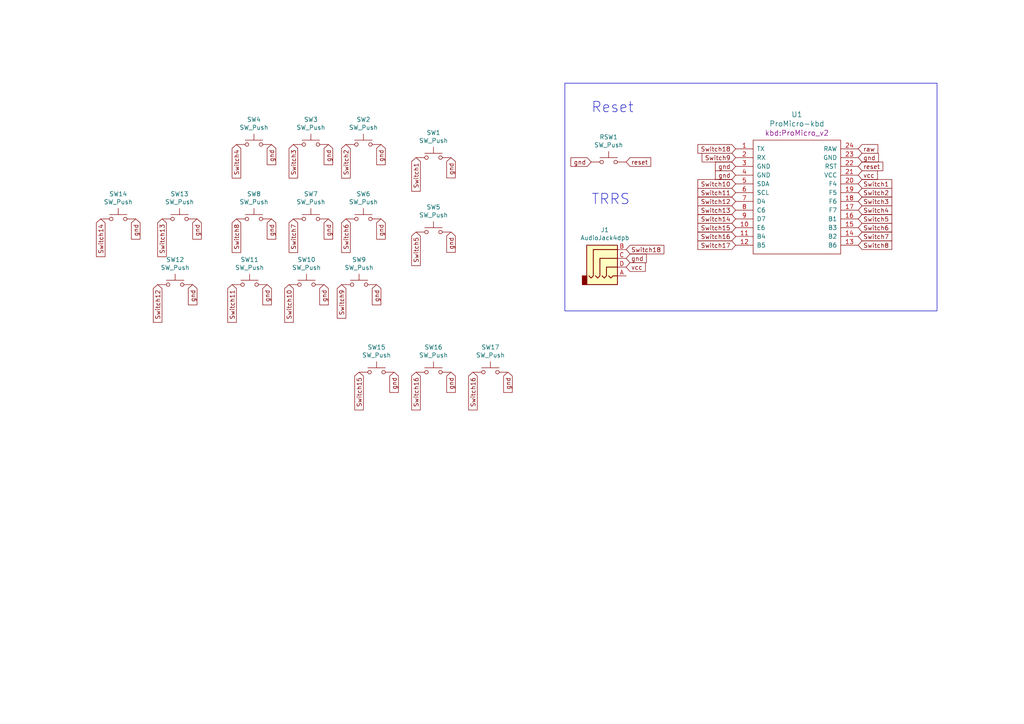
<source format=kicad_sch>
(kicad_sch (version 20230121) (generator eeschema)
  (paper "A4")
  (title_block (date "2024-03-04") (rev "0.1"))
  (lib_symbols
    (symbol "Switch:SW_Push" (pin_numbers hide) (pin_names (offset 1.016) hide)
      (property "Reference" "SW" (at 1.27 2.54 0))
      (property "Value" "SW_Push" (at 0 -1.524 0))
      (symbol "SW_Push_0_1"
        (circle (center -2.032 0) (radius 0.508))
        (polyline (pts (xy 0 1.27) (xy 0 3.048)))
        (polyline (pts (xy 2.54 1.27) (xy -2.54 1.27)))
        (circle (center 2.032 0) (radius 0.508))
        (pin passive line (at -5.08 0 0) (length 2.54) (name "1") (number "1"))
        (pin passive line (at 5.08 0 180) (length 2.54) (name "2") (number "2"))
      )
    )
    (symbol "half-swept-rescue:AudioJack4dpb-tokas_bp"
      (property "Reference" "J" (at 0 8.89 0))
      (property "Value" "AudioJack4dpb-tokas_bp" (at 0 6.35 0))
      (symbol "AudioJack4dpb-tokas_bp_0_1"
        (rectangle (start -6.35 -5.08) (end -7.62 -7.62) (stroke (width 0.254)) (fill (type outline)))
        (polyline (pts (xy 0 -5.08) (xy 0.635 -5.715) (xy 1.27 -5.08) (xy 2.54 -5.08)) (stroke (width 0.254)))
        (polyline (pts (xy -5.715 -5.08) (xy -5.08 -5.715) (xy -4.445 -5.08) (xy -4.445 2.54) (xy 2.54 2.54)) (stroke (width 0.254)))
        (polyline (pts (xy -1.905 -5.08) (xy -1.27 -5.715) (xy -0.635 -5.08) (xy -0.635 -2.54) (xy 2.54 -2.54)) (stroke (width 0.254)))
        (polyline (pts (xy 2.54 0) (xy -2.54 0) (xy -2.54 -5.08) (xy -3.175 -5.715) (xy -3.81 -5.08)) (stroke (width 0.254)))
        (rectangle (start 2.54 3.81) (end -6.35 -7.62) (stroke (width 0.254)) (fill (type background)))
      )
      (symbol "AudioJack4dpb-tokas_bp_1_1"
        (pin passive line (at 5.08 -5.08 180) (length 2.54) (name "~") (number "A"))
        (pin passive line (at 5.08 2.54 180) (length 2.54) (name "~") (number "B"))
        (pin passive line (at 5.08 0 180) (length 2.54) (name "~") (number "C"))
        (pin passive line (at 5.08 -2.54 180) (length 2.54) (name "~") (number "D"))
      )
    )
    (symbol "half-swept-rescue:ProMicro-kbd-bigblackpill-34key-rescue-sweepv2-rescue" (pin_names (offset 1.016))
      (property "Reference" "U" (at 0 24.13 0))
      (property "Value" "ProMicro-kbd-bigblackpill-34key-rescue-sweepv2-rescue" (at 0 -13.97 0))
      (symbol "ProMicro-kbd-bigblackpill-34key-rescue-sweepv2-rescue_0_1"
        (rectangle (start -12.7 21.59) (end 12.7 -11.43))
      )
      (symbol "ProMicro-kbd-bigblackpill-34key-rescue-sweepv2-rescue_1_1"
        (pin bidirectional line (at -17.78 19.05 0) (length 5.08) (name "TX") (number "1"))
        (pin bidirectional line (at -17.78 -3.81 0) (length 5.08) (name "E6") (number "10"))
        (pin bidirectional line (at -17.78 -6.35 0) (length 5.08) (name "B4") (number "11"))
        (pin bidirectional line (at -17.78 -8.89 0) (length 5.08) (name "B5") (number "12"))
        (pin bidirectional line (at 17.78 -8.89 180) (length 5.08) (name "B6") (number "13"))
        (pin bidirectional line (at 17.78 -6.35 180) (length 5.08) (name "B2") (number "14"))
        (pin bidirectional line (at 17.78 -3.81 180) (length 5.08) (name "B3") (number "15"))
        (pin bidirectional line (at 17.78 -1.27 180) (length 5.08) (name "B1") (number "16"))
        (pin bidirectional line (at 17.78 1.27 180) (length 5.08) (name "F7") (number "17"))
        (pin bidirectional line (at 17.78 3.81 180) (length 5.08) (name "F6") (number "18"))
        (pin bidirectional line (at 17.78 6.35 180) (length 5.08) (name "F5") (number "19"))
        (pin bidirectional line (at -17.78 16.51 0) (length 5.08) (name "RX") (number "2"))
        (pin bidirectional line (at 17.78 8.89 180) (length 5.08) (name "F4") (number "20"))
        (pin power_in line (at 17.78 11.43 180) (length 5.08) (name "VCC") (number "21"))
        (pin input line (at 17.78 13.97 180) (length 5.08) (name "RST") (number "22"))
        (pin power_in line (at 17.78 16.51 180) (length 5.08) (name "GND") (number "23"))
        (pin power_out line (at 17.78 19.05 180) (length 5.08) (name "RAW") (number "24"))
        (pin power_in line (at -17.78 13.97 0) (length 5.08) (name "GND") (number "3"))
        (pin power_in line (at -17.78 11.43 0) (length 5.08) (name "GND") (number "4"))
        (pin bidirectional line (at -17.78 8.89 0) (length 5.08) (name "SDA") (number "5"))
        (pin bidirectional line (at -17.78 6.35 0) (length 5.08) (name "SCL") (number "6"))
        (pin bidirectional line (at -17.78 3.81 0) (length 5.08) (name "D4") (number "7"))
        (pin bidirectional line (at -17.78 1.27 0) (length 5.08) (name "C6") (number "8"))
        (pin bidirectional line (at -17.78 -1.27 0) (length 5.08) (name "D7") (number "9"))
      )
    )
  )
  (rectangle (start 163.83 24.13) (end 271.78 90.17))
  (text "TRRS\n" (at 171.45 59.69 0) (effects (font (size 2.9972 2.9972)) (justify left bottom)))
  (text "Reset" (at 171.45 33.02 0) (effects (font (size 2.9972 2.9972)) (justify left bottom)))
  (global_label "Switch6" (shape input) (at 100.33 63.5 270) (property "Intersheetrefs" "${INTERSHEET_REFS}" (effects hide)))
  (global_label "gnd" (shape input) (at 77.47 82.55 270) (property "Intersheetrefs" "${INTERSHEET_REFS}" (effects hide)))
  (global_label "gnd" (shape input) (at 93.98 82.55 270) (property "Intersheetrefs" "${INTERSHEET_REFS}" (effects hide)))
  (global_label "Switch7" (shape input) (at 85.09 63.5 270) (property "Intersheetrefs" "${INTERSHEET_REFS}" (effects hide)))
  (global_label "gnd" (shape input) (at 213.36 48.26 180) (property "Intersheetrefs" "${INTERSHEET_REFS}" (effects hide)))
  (global_label "Switch8" (shape input) (at 68.58 63.5 270) (property "Intersheetrefs" "${INTERSHEET_REFS}" (effects hide)))
  (global_label "Switch15" (shape input) (at 213.36 66.04 180) (property "Intersheetrefs" "${INTERSHEET_REFS}" (effects hide)))
  (global_label "Switch16" (shape input) (at 120.65 107.95 270) (property "Intersheetrefs" "${INTERSHEET_REFS}" (effects hide)))
  (global_label "reset" (shape input) (at 248.92 48.26 0) (property "Intersheetrefs" "${INTERSHEET_REFS}" (effects hide)))
  (global_label "gnd" (shape input) (at 110.49 41.91 270) (property "Intersheetrefs" "${INTERSHEET_REFS}" (effects hide)))
  (global_label "gnd" (shape input) (at 110.49 63.5 270) (property "Intersheetrefs" "${INTERSHEET_REFS}" (effects hide)))
  (global_label "gnd" (shape input) (at 39.37 63.5 270) (property "Intersheetrefs" "${INTERSHEET_REFS}" (effects hide)))
  (global_label "Switch1" (shape input) (at 248.92 53.34 0) (property "Intersheetrefs" "${INTERSHEET_REFS}" (effects hide)))
  (global_label "Switch5" (shape input) (at 248.92 63.5 0) (property "Intersheetrefs" "${INTERSHEET_REFS}" (effects hide)))
  (global_label "Switch16" (shape input) (at 213.36 68.58 180) (property "Intersheetrefs" "${INTERSHEET_REFS}" (effects hide)))
  (global_label "Switch8" (shape input) (at 248.92 71.12 0) (property "Intersheetrefs" "${INTERSHEET_REFS}" (effects hide)))
  (global_label "Switch11" (shape input) (at 213.36 55.88 180) (property "Intersheetrefs" "${INTERSHEET_REFS}" (effects hide)))
  (global_label "raw" (shape input) (at 248.92 43.18 0) (property "Intersheetrefs" "${INTERSHEET_REFS}" (effects hide)))
  (global_label "Switch2" (shape input) (at 100.33 41.91 270) (property "Intersheetrefs" "${INTERSHEET_REFS}" (effects hide)))
  (global_label "Switch16" (shape input) (at 137.16 107.95 270) (property "Intersheetrefs" "${INTERSHEET_REFS}" (effects hide)))
  (global_label "vcc" (shape input) (at 248.92 50.8 0) (property "Intersheetrefs" "${INTERSHEET_REFS}" (effects hide)))
  (global_label "gnd" (shape input) (at 78.74 41.91 270) (property "Intersheetrefs" "${INTERSHEET_REFS}" (effects hide)))
  (global_label "gnd" (shape input) (at 171.45 46.99 180) (property "Intersheetrefs" "${INTERSHEET_REFS}" (effects hide)))
  (global_label "gnd" (shape input) (at 78.74 63.5 270) (property "Intersheetrefs" "${INTERSHEET_REFS}" (effects hide)))
  (global_label "reset" (shape input) (at 181.61 46.99 0) (property "Intersheetrefs" "${INTERSHEET_REFS}" (effects hide)))
  (global_label "Switch6" (shape input) (at 248.92 66.04 0) (property "Intersheetrefs" "${INTERSHEET_REFS}" (effects hide)))
  (global_label "Switch1" (shape input) (at 120.65 45.72 270) (property "Intersheetrefs" "${INTERSHEET_REFS}" (effects hide)))
  (global_label "gnd" (shape input) (at 114.3 107.95 270) (property "Intersheetrefs" "${INTERSHEET_REFS}" (effects hide)))
  (global_label "gnd" (shape input) (at 95.25 63.5 270) (property "Intersheetrefs" "${INTERSHEET_REFS}" (effects hide)))
  (global_label "Switch3" (shape input) (at 248.92 58.42 0) (property "Intersheetrefs" "${INTERSHEET_REFS}" (effects hide)))
  (global_label "Switch9" (shape input) (at 213.36 45.72 180) (property "Intersheetrefs" "${INTERSHEET_REFS}" (effects hide)))
  (global_label "gnd" (shape input) (at 181.61 74.93 0) (property "Intersheetrefs" "${INTERSHEET_REFS}" (effects hide)))
  (global_label "Switch2" (shape input) (at 248.92 55.88 0) (property "Intersheetrefs" "${INTERSHEET_REFS}" (effects hide)))
  (global_label "vcc" (shape input) (at 181.61 77.47 0) (property "Intersheetrefs" "${INTERSHEET_REFS}" (effects hide)))
  (global_label "Switch12" (shape input) (at 213.36 58.42 180) (property "Intersheetrefs" "${INTERSHEET_REFS}" (effects hide)))
  (global_label "Switch5" (shape input) (at 120.65 67.31 270) (property "Intersheetrefs" "${INTERSHEET_REFS}" (effects hide)))
  (global_label "gnd" (shape input) (at 248.92 45.72 0) (property "Intersheetrefs" "${INTERSHEET_REFS}" (effects hide)))
  (global_label "Switch14" (shape input) (at 29.21 63.5 270) (property "Intersheetrefs" "${INTERSHEET_REFS}" (effects hide)))
  (global_label "Switch11" (shape input) (at 67.31 82.55 270) (property "Intersheetrefs" "${INTERSHEET_REFS}" (effects hide)))
  (global_label "Switch18" (shape input) (at 181.61 72.39 0) (property "Intersheetrefs" "${INTERSHEET_REFS}" (effects hide)))
  (global_label "gnd" (shape input) (at 109.22 82.55 270) (property "Intersheetrefs" "${INTERSHEET_REFS}" (effects hide)))
  (global_label "Switch4" (shape input) (at 248.92 60.96 0) (property "Intersheetrefs" "${INTERSHEET_REFS}" (effects hide)))
  (global_label "Switch9" (shape input) (at 99.06 82.55 270) (property "Intersheetrefs" "${INTERSHEET_REFS}" (effects hide)))
  (global_label "Switch10" (shape input) (at 83.82 82.55 270) (property "Intersheetrefs" "${INTERSHEET_REFS}" (effects hide)))
  (global_label "Switch18" (shape input) (at 213.36 43.18 180) (property "Intersheetrefs" "${INTERSHEET_REFS}" (effects hide)))
  (global_label "Switch7" (shape input) (at 248.92 68.58 0) (property "Intersheetrefs" "${INTERSHEET_REFS}" (effects hide)))
  (global_label "gnd" (shape input) (at 147.32 107.95 270) (property "Intersheetrefs" "${INTERSHEET_REFS}" (effects hide)))
  (global_label "Switch15" (shape input) (at 104.14 107.95 270) (property "Intersheetrefs" "${INTERSHEET_REFS}" (effects hide)))
  (global_label "Switch4" (shape input) (at 68.58 41.91 270) (property "Intersheetrefs" "${INTERSHEET_REFS}" (effects hide)))
  (global_label "Switch13" (shape input) (at 213.36 60.96 180) (property "Intersheetrefs" "${INTERSHEET_REFS}" (effects hide)))
  (global_label "Switch10" (shape input) (at 213.36 53.34 180) (property "Intersheetrefs" "${INTERSHEET_REFS}" (effects hide)))
  (global_label "Switch13" (shape input) (at 46.99 63.5 270) (property "Intersheetrefs" "${INTERSHEET_REFS}" (effects hide)))
  (global_label "Switch14" (shape input) (at 213.36 63.5 180) (property "Intersheetrefs" "${INTERSHEET_REFS}" (effects hide)))
  (global_label "gnd" (shape input) (at 130.81 45.72 270) (property "Intersheetrefs" "${INTERSHEET_REFS}" (effects hide)))
  (global_label "gnd" (shape input) (at 55.88 82.55 270) (property "Intersheetrefs" "${INTERSHEET_REFS}" (effects hide)))
  (global_label "Switch3" (shape input) (at 85.09 41.91 270) (property "Intersheetrefs" "${INTERSHEET_REFS}" (effects hide)))
  (global_label "gnd" (shape input) (at 213.36 50.8 180) (property "Intersheetrefs" "${INTERSHEET_REFS}" (effects hide)))
  (global_label "Switch17" (shape input) (at 213.36 71.12 180) (property "Intersheetrefs" "${INTERSHEET_REFS}" (effects hide)))
  (global_label "Switch12" (shape input) (at 45.72 82.55 270) (property "Intersheetrefs" "${INTERSHEET_REFS}" (effects hide)))
  (global_label "gnd" (shape input) (at 57.15 63.5 270) (property "Intersheetrefs" "${INTERSHEET_REFS}" (effects hide)))
  (global_label "gnd" (shape input) (at 130.81 107.95 270) (property "Intersheetrefs" "${INTERSHEET_REFS}" (effects hide)))
  (global_label "gnd" (shape input) (at 95.25 41.91 270) (property "Intersheetrefs" "${INTERSHEET_REFS}" (effects hide)))
  (global_label "gnd" (shape input) (at 130.81 67.31 270) (property "Intersheetrefs" "${INTERSHEET_REFS}" (effects hide)))
  (symbol (lib_id "Switch:SW_Push") (at 52.07 63.5 0) (unit 1)
    (property "Reference" "SW13" (at 52.07 56.261 0))
    (property "Value" "SW_Push" (at 52.07 58.5724 0))
    (property "Footprint" "Kailh:SW_PG1350_rev_DPB" (effects hide))
  )
  (symbol (lib_id "Switch:SW_Push") (at 50.8 82.55 0) (unit 1)
    (property "Reference" "SW12" (at 50.8 75.311 0))
    (property "Value" "SW_Push" (at 50.8 77.6224 0))
    (property "Footprint" "Kailh:SW_PG1350_rev_DPB" (effects hide))
  )
  (symbol (lib_id "Switch:SW_Push") (at 125.73 107.95 0) (unit 1)
    (property "Reference" "SW16" (at 125.73 100.711 0))
    (property "Value" "SW_Push" (at 125.73 103.0224 0))
    (property "Footprint" "Kailh:SW_PG1350_rev_DPB" (effects hide))
  )
  (symbol (lib_id "Switch:SW_Push") (at 109.22 107.95 0) (unit 1)
    (property "Reference" "SW15" (at 109.22 100.711 0))
    (property "Value" "SW_Push" (at 109.22 103.0224 0))
    (property "Footprint" "Kailh:SW_PG1350_rev_DPB" (effects hide))
  )
  (symbol (lib_id "Switch:SW_Push") (at 105.41 41.91 0) (unit 1)
    (property "Reference" "SW2" (at 105.41 34.671 0))
    (property "Value" "SW_Push" (at 105.41 36.9824 0))
    (property "Footprint" "Kailh:SW_PG1350_rev_DPB" (effects hide))
  )
  (symbol (lib_id "half-swept-rescue:AudioJack4dpb-tokas_bp") (at 176.53 74.93 0) (unit 1)
    (property "Reference" "J1" (at 175.4378 66.675 0))
    (property "Value" "AudioJack4dpb" (at 175.4378 68.9864 0))
    (property "Footprint" "kbd:MJ-4PP-9" (effects hide))
  )
  (symbol (lib_id "Switch:SW_Push") (at 34.29 63.5 0) (unit 1)
    (property "Reference" "SW14" (at 34.29 56.261 0))
    (property "Value" "SW_Push" (at 34.29 58.5724 0))
    (property "Footprint" "Kailh:SW_PG1350_rev_DPB" (effects hide))
  )
  (symbol (lib_id "Switch:SW_Push") (at 73.66 41.91 0) (unit 1)
    (property "Reference" "SW4" (at 73.66 34.671 0))
    (property "Value" "SW_Push" (at 73.66 36.9824 0))
    (property "Footprint" "Kailh:SW_PG1350_rev_DPB" (effects hide))
  )
  (symbol (lib_id "Switch:SW_Push") (at 125.73 45.72 0) (unit 1)
    (property "Reference" "SW1" (at 125.73 38.481 0))
    (property "Value" "SW_Push" (at 125.73 40.7924 0))
    (property "Footprint" "Kailh:SW_PG1350_rev_DPB" (effects hide))
  )
  (symbol (lib_id "Switch:SW_Push") (at 90.17 41.91 0) (unit 1)
    (property "Reference" "SW3" (at 90.17 34.671 0))
    (property "Value" "SW_Push" (at 90.17 36.9824 0))
    (property "Footprint" "Kailh:SW_PG1350_rev_DPB" (effects hide))
  )
  (symbol (lib_id "Switch:SW_Push") (at 125.73 67.31 0) (unit 1)
    (property "Reference" "SW5" (at 125.73 60.071 0))
    (property "Value" "SW_Push" (at 125.73 62.3824 0))
    (property "Footprint" "Kailh:SW_PG1350_rev_DPB" (effects hide))
  )
  (symbol (lib_id "Switch:SW_Push") (at 104.14 82.55 0) (unit 1)
    (property "Reference" "SW9" (at 104.14 75.311 0))
    (property "Value" "SW_Push" (at 104.14 77.6224 0))
    (property "Footprint" "Kailh:SW_PG1350_rev_DPB" (effects hide))
  )
  (symbol (lib_id "half-swept-rescue:ProMicro-kbd-bigblackpill-34key-rescue-sweepv2-rescue") (at 231.14 62.23 0) (unit 1)
    (property "Reference" "U1" (at 231.14 33.1978 0) (effects (font (size 1.524 1.524))))
    (property "Value" "ProMicro-kbd" (at 231.14 35.8902 0) (effects (font (size 1.524 1.524))))
    (property "Footprint" "kbd:ProMicro_v2" (at 231.14 38.5826 0) (effects (font (size 1.524 1.524))))
  )
  (symbol (lib_id "Switch:SW_Push") (at 88.9 82.55 0) (unit 1)
    (property "Reference" "SW10" (at 88.9 75.311 0))
    (property "Value" "SW_Push" (at 88.9 77.6224 0))
    (property "Footprint" "Kailh:SW_PG1350_rev_DPB" (effects hide))
  )
  (symbol (lib_id "Switch:SW_Push") (at 72.39 82.55 0) (unit 1)
    (property "Reference" "SW11" (at 72.39 75.311 0))
    (property "Value" "SW_Push" (at 72.39 77.6224 0))
    (property "Footprint" "Kailh:SW_PG1350_rev_DPB" (effects hide))
  )
  (symbol (lib_id "Switch:SW_Push") (at 105.41 63.5 0) (unit 1)
    (property "Reference" "SW6" (at 105.41 56.261 0))
    (property "Value" "SW_Push" (at 105.41 58.5724 0))
    (property "Footprint" "Kailh:SW_PG1350_rev_DPB" (effects hide))
  )
  (symbol (lib_id "Switch:SW_Push") (at 90.17 63.5 0) (unit 1)
    (property "Reference" "SW7" (at 90.17 56.261 0))
    (property "Value" "SW_Push" (at 90.17 58.5724 0))
    (property "Footprint" "Kailh:SW_PG1350_rev_DPB" (effects hide))
  )
  (symbol (lib_id "Switch:SW_Push") (at 176.53 46.99 0) (unit 1)
    (property "Reference" "RSW1" (at 176.53 39.751 0))
    (property "Value" "SW_Push" (at 176.53 42.0624 0))
    (property "Footprint" "kbd:ResetSW" (effects hide))
  )
  (symbol (lib_id "Switch:SW_Push") (at 142.24 107.95 0) (unit 1)
    (property "Reference" "SW17" (at 142.24 100.711 0))
    (property "Value" "SW_Push" (at 142.24 103.0224 0))
    (property "Footprint" "Kailh:SW_PG1350_rev_DPB" (effects hide))
  )
  (symbol (lib_id "Switch:SW_Push") (at 73.66 63.5 0) (unit 1)
    (property "Reference" "SW8" (at 73.66 56.261 0))
    (property "Value" "SW_Push" (at 73.66 58.5724 0))
    (property "Footprint" "Kailh:SW_PG1350_rev_DPB" (effects hide))
  )
)
</source>
